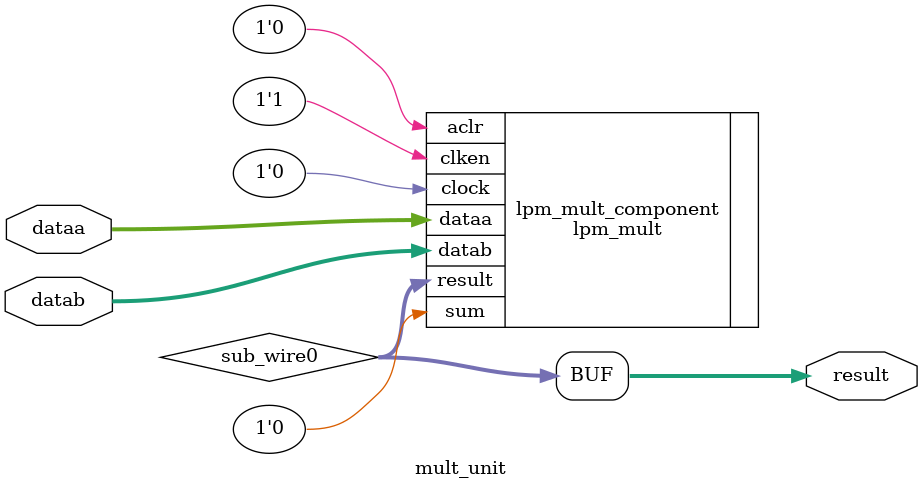
<source format=v>
module mult_unit (
	dataa,
	datab,
	result);
	input	[35:0]  dataa;
	input	[35:0]  datab;
	output	[71:0]  result;
	wire [71:0] sub_wire0;
	wire [71:0] result = sub_wire0[71:0];
	lpm_mult	lpm_mult_component (
				.dataa (dataa),
				.datab (datab),
				.result (sub_wire0),
				.aclr (1'b0),
				.clken (1'b1),
				.clock (1'b0),
				.sum (1'b0));
	defparam
		lpm_mult_component.lpm_hint = "MAXIMIZE_SPEED=9",
		lpm_mult_component.lpm_representation = "UNSIGNED",
		lpm_mult_component.lpm_type = "LPM_MULT",
		lpm_mult_component.lpm_widtha = 36,
		lpm_mult_component.lpm_widthb = 36,
		lpm_mult_component.lpm_widthp = 72;
endmodule
</source>
